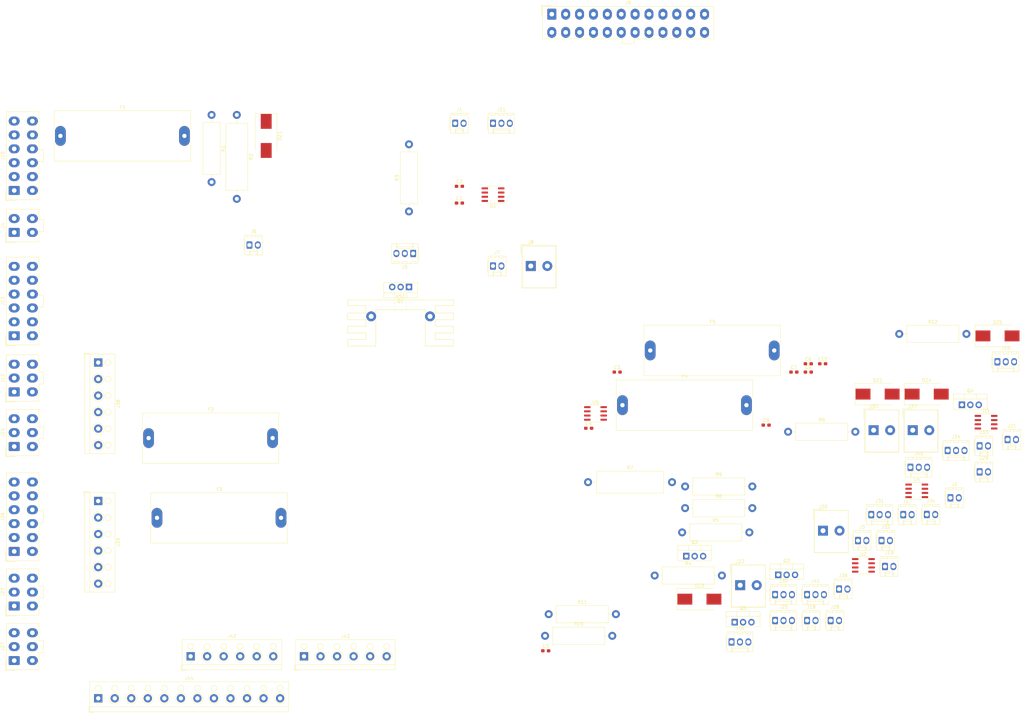
<source format=kicad_pcb>
(kicad_pcb (version 20171130) (host pcbnew "(5.1.5)-3")
  (layers (0 F.Cu signal) (31 B.Cu signal) (34 B.Paste user) (35 F.Paste user) (36 B.SilkS user) (37 F.SilkS user) (38 B.Mask user) (39 F.Mask user) (44 Edge.Cuts user))
  (net 0 "")
  (net 1 "Net-(C1-Pad2)")
  (net 2 GND)
  (net 3 +5V)
  (net 4 "Net-(C3-Pad2)")
  (net 5 "Net-(C4-Pad2)")
  (net 6 "Net-(C7-Pad2)")
  (net 7 "Net-(C8-Pad2)")
  (net 8 "Net-(DZ1-Pad1)")
  (net 9 "Net-(DZ2-Pad1)")
  (net 10 "Net-(DZ3-Pad1)")
  (net 11 "Net-(DZ4-Pad1)")
  (net 12 "Net-(DZ5-Pad1)")
  (net 13 +12V1)
  (net 14 +12V2)
  (net 15 +12V3)
  (net 16 +3.3V)
  (net 17 PS_ON)
  (net 18 +5VSB)
  (net 19 "Net-(J3-Pad2)")
  (net 20 "Net-(J5-Pad2)")
  (net 21 "Net-(J5-Pad1)")
  (net 22 "Net-(J6-Pad1)")
  (net 23 "Net-(J7-Pad1)")
  (net 24 12V1-)
  (net 25 PWR_OK)
  (net 26 -12V)
  (net 27 -5V)
  (net 28 "Net-(J11-Pad2)")
  (net 29 "Net-(J15-Pad1)")
  (net 30 "Net-(J15-Pad2)")
  (net 31 "Net-(J16-Pad2)")
  (net 32 "Net-(J16-Pad1)")
  (net 33 "Net-(J17-Pad1)")
  (net 34 "Net-(J18-Pad1)")
  (net 35 "Net-(J19-Pad1)")
  (net 36 12V2-)
  (net 37 "Net-(J21-Pad1)")
  (net 38 12V3-)
  (net 39 "Net-(J24-Pad2)")
  (net 40 "Net-(J25-Pad2)")
  (net 41 "Net-(J30-Pad2)")
  (net 42 "Net-(J30-Pad1)")
  (net 43 "Net-(J31-Pad1)")
  (net 44 "Net-(J31-Pad2)")
  (net 45 "Net-(J32-Pad1)")
  (net 46 "Net-(J33-Pad1)")
  (net 47 5V-)
  (net 48 "Net-(J34-Pad1)")
  (net 49 "Net-(J36-Pad1)")
  (net 50 3.3V-)
  (net 51 "Net-(J40-Pad2)")
  (net 52 "Net-(J41-Pad2)")
  (module Capacitor_SMD:C_0603_1608Metric_Pad1.05x0.95mm_HandSolder (layer F.Cu) (at 151.13 41.91)
    (fp_text reference C1 (at 0 -1.43) (layer F.SilkS))
    (fp_text value 1nF)
    (pad 2 smd roundrect (at 0.875 0) (size 1.05 0.95) (layers F.Cu F.Paste F.Mask) (net 1 "Net-(C1-Pad2)"))
    (pad 1 smd roundrect (at -0.875 0) (size 1.05 0.95) (layers F.Cu F.Paste F.Mask) (net 2 GND))
  )
  (module Capacitor_SMD:C_0603_1608Metric_Pad1.05x0.95mm_HandSolder (layer F.Cu) (at 151.13 36.83)
    (fp_text reference C2 (at 0 -1.43) (layer F.SilkS))
    (fp_text value 0.1uF)
    (pad 1 smd roundrect (at -0.875 0) (size 1.05 0.95) (layers F.Cu F.Paste F.Mask) (net 2 GND))
    (pad 2 smd roundrect (at 0.875 0) (size 1.05 0.95) (layers F.Cu F.Paste F.Mask) (net 3 +5V))
  )
  (module Capacitor_SMD:C_0603_1608Metric_Pad1.05x0.95mm_HandSolder (layer F.Cu) (at 198.835001 93.055001)
    (fp_text reference C3 (at 0 -1.43) (layer F.SilkS))
    (fp_text value 1nF)
    (pad 2 smd roundrect (at 0.875 0) (size 1.05 0.95) (layers F.Cu F.Paste F.Mask) (net 4 "Net-(C3-Pad2)"))
    (pad 1 smd roundrect (at -0.875 0) (size 1.05 0.95) (layers F.Cu F.Paste F.Mask) (net 2 GND))
  )
  (module Capacitor_SMD:C_0603_1608Metric_Pad1.05x0.95mm_HandSolder (layer F.Cu) (at 190.235001 110.045001)
    (fp_text reference C4 (at 0 -1.43) (layer F.SilkS))
    (fp_text value 1nF)
    (pad 2 smd roundrect (at 0.875 0) (size 1.05 0.95) (layers F.Cu F.Paste F.Mask) (net 5 "Net-(C4-Pad2)"))
    (pad 1 smd roundrect (at -0.875 0) (size 1.05 0.95) (layers F.Cu F.Paste F.Mask) (net 2 GND))
  )
  (module Capacitor_SMD:C_0603_1608Metric_Pad1.05x0.95mm_HandSolder (layer F.Cu) (at 177.235001 177.395001)
    (fp_text reference C5 (at 0 -1.43) (layer F.SilkS))
    (fp_text value 0.1uF)
    (pad 1 smd roundrect (at -0.875 0) (size 1.05 0.95) (layers F.Cu F.Paste F.Mask) (net 2 GND))
    (pad 2 smd roundrect (at 0.875 0) (size 1.05 0.95) (layers F.Cu F.Paste F.Mask) (net 3 +5V))
  )
  (module Capacitor_SMD:C_0603_1608Metric_Pad1.05x0.95mm_HandSolder (layer F.Cu) (at 256.635001 90.545001)
    (fp_text reference C6 (at 0 -1.43) (layer F.SilkS))
    (fp_text value 0.1uF)
    (pad 1 smd roundrect (at -0.875 0) (size 1.05 0.95) (layers F.Cu F.Paste F.Mask) (net 2 GND))
    (pad 2 smd roundrect (at 0.875 0) (size 1.05 0.95) (layers F.Cu F.Paste F.Mask) (net 3 +5V))
  )
  (module Capacitor_SMD:C_0603_1608Metric_Pad1.05x0.95mm_HandSolder (layer F.Cu) (at 252.285001 93.055001)
    (fp_text reference C7 (at 0 -1.43) (layer F.SilkS))
    (fp_text value 1nF)
    (pad 1 smd roundrect (at -0.875 0) (size 1.05 0.95) (layers F.Cu F.Paste F.Mask) (net 2 GND))
    (pad 2 smd roundrect (at 0.875 0) (size 1.05 0.95) (layers F.Cu F.Paste F.Mask) (net 6 "Net-(C7-Pad2)"))
  )
  (module Capacitor_SMD:C_0603_1608Metric_Pad1.05x0.95mm_HandSolder (layer F.Cu) (at 243.885001 109.095001)
    (fp_text reference C8 (at 0 -1.43) (layer F.SilkS))
    (fp_text value 1nF)
    (pad 2 smd roundrect (at 0.875 0) (size 1.05 0.95) (layers F.Cu F.Paste F.Mask) (net 7 "Net-(C8-Pad2)"))
    (pad 1 smd roundrect (at -0.875 0) (size 1.05 0.95) (layers F.Cu F.Paste F.Mask) (net 2 GND))
  )
  (module Capacitor_SMD:C_0603_1608Metric_Pad1.05x0.95mm_HandSolder (layer F.Cu) (at 256.635001 93.055001)
    (fp_text reference C9 (at 0 -1.43) (layer F.SilkS))
    (fp_text value 0.1uF)
    (pad 1 smd roundrect (at -0.875 0) (size 1.05 0.95) (layers F.Cu F.Paste F.Mask) (net 2 GND))
    (pad 2 smd roundrect (at 0.875 0) (size 1.05 0.95) (layers F.Cu F.Paste F.Mask) (net 3 +5V))
  )
  (module Capacitor_SMD:C_0603_1608Metric_Pad1.05x0.95mm_HandSolder (layer F.Cu) (at 260.985001 90.545001)
    (fp_text reference C10 (at 0 -1.43) (layer F.SilkS))
    (fp_text value 0.1uF)
    (pad 2 smd roundrect (at 0.875 0) (size 1.05 0.95) (layers F.Cu F.Paste F.Mask) (net 3 +5V))
    (pad 1 smd roundrect (at -0.875 0) (size 1.05 0.95) (layers F.Cu F.Paste F.Mask) (net 2 GND))
  )
  (module Diode_SMD:D_SMC_Handsoldering (layer F.Cu) (at 92.71 21.59 270)
    (fp_text reference DZ1 (at 0 -4.1 90) (layer F.SilkS))
    (fp_text value D_Zener_ALT)
    (pad 1 smd rect (at -4.4 0) (size 3.3 4.5) (layers F.Cu F.Paste F.Mask) (net 8 "Net-(DZ1-Pad1)"))
    (pad 2 smd rect (at 4.4 0) (size 3.3 4.5) (layers F.Cu F.Paste F.Mask) (net 2 GND))
  )
  (module Diode_SMD:D_SMC_Handsoldering (layer F.Cu) (at 277.585001 99.715001)
    (fp_text reference DZ2 (at 0 -4.1) (layer F.SilkS))
    (fp_text value D_Zener_ALT)
    (pad 1 smd rect (at -4.4 0 90) (size 3.3 4.5) (layers F.Cu F.Paste F.Mask) (net 9 "Net-(DZ2-Pad1)"))
    (pad 2 smd rect (at 4.4 0 90) (size 3.3 4.5) (layers F.Cu F.Paste F.Mask) (net 2 GND))
  )
  (module Diode_SMD:D_SMC_Handsoldering (layer F.Cu) (at 223.705001 161.765001)
    (fp_text reference DZ3 (at 0 -4.1) (layer F.SilkS))
    (fp_text value D_Zener_ALT)
    (pad 2 smd rect (at 4.4 0 90) (size 3.3 4.5) (layers F.Cu F.Paste F.Mask) (net 2 GND))
    (pad 1 smd rect (at -4.4 0 90) (size 3.3 4.5) (layers F.Cu F.Paste F.Mask) (net 10 "Net-(DZ3-Pad1)"))
  )
  (module Diode_SMD:D_SMC_Handsoldering (layer F.Cu) (at 292.435001 99.715001)
    (fp_text reference DZ4 (at 0 -4.1) (layer F.SilkS))
    (fp_text value D_Zener_ALT)
    (pad 2 smd rect (at 4.4 0 90) (size 3.3 4.5) (layers F.Cu F.Paste F.Mask) (net 2 GND))
    (pad 1 smd rect (at -4.4 0 90) (size 3.3 4.5) (layers F.Cu F.Paste F.Mask) (net 11 "Net-(DZ4-Pad1)"))
  )
  (module Diode_SMD:D_SMC_Handsoldering (layer F.Cu) (at 313.855001 82.115001)
    (fp_text reference DZ5 (at 0 -4.1) (layer F.SilkS))
    (fp_text value D_Zener_ALT)
    (pad 1 smd rect (at -4.4 0 90) (size 3.3 4.5) (layers F.Cu F.Paste F.Mask) (net 12 "Net-(DZ5-Pad1)"))
    (pad 2 smd rect (at 4.4 0 90) (size 3.3 4.5) (layers F.Cu F.Paste F.Mask) (net 2 GND))
  )
  (module Fuse:Fuseholder_Cylinder-6.3x32mm_Schurter_0031-8002_Horizontal_Open (layer F.Cu) (at 30.48 21.59)
    (fp_text reference F1 (at 18.85 -8.65) (layer F.SilkS))
    (fp_text value 10A)
    (pad "" np_thru_hole circle (at 18.75 0) (size 3.2 3.2) (drill 3.2) (layers *.Cu *.Mask))
    (pad 2 thru_hole oval (at 37.5 0) (size 3.25 6) (drill 1.3) (layers *.Cu *.Mask) (net 8 "Net-(DZ1-Pad1)"))
    (pad 1 thru_hole oval (at 0 0) (size 3.25 6) (drill 1.3) (layers *.Cu *.Mask) (net 13 +12V1))
  )
  (module Fuse:Fuseholder_Cylinder-6.3x32mm_Schurter_0031-8002_Horizontal_Open (layer F.Cu) (at 57.15 113.03)
    (fp_text reference F2 (at 18.85 -8.65) (layer F.SilkS))
    (fp_text value 10A)
    (pad 1 thru_hole oval (at 0 0) (size 3.25 6) (drill 1.3) (layers *.Cu *.Mask) (net 14 +12V2))
    (pad 2 thru_hole oval (at 37.5 0) (size 3.25 6) (drill 1.3) (layers *.Cu *.Mask) (net 9 "Net-(DZ2-Pad1)"))
    (pad "" np_thru_hole circle (at 18.75 0) (size 3.2 3.2) (drill 3.2) (layers *.Cu *.Mask))
  )
  (module Fuse:Fuseholder_Cylinder-6.3x32mm_Schurter_0031-8002_Horizontal_Open (layer F.Cu) (at 59.69 137.16)
    (fp_text reference F3 (at 18.85 -8.65) (layer F.SilkS))
    (fp_text value 10A)
    (pad "" np_thru_hole circle (at 18.75 0) (size 3.2 3.2) (drill 3.2) (layers *.Cu *.Mask))
    (pad 2 thru_hole oval (at 37.5 0) (size 3.25 6) (drill 1.3) (layers *.Cu *.Mask) (net 10 "Net-(DZ3-Pad1)"))
    (pad 1 thru_hole oval (at 0 0) (size 3.25 6) (drill 1.3) (layers *.Cu *.Mask) (net 15 +12V3))
  )
  (module Fuse:Fuseholder_Cylinder-6.3x32mm_Schurter_0031-8002_Horizontal_Open (layer F.Cu) (at 200.435001 103.065001)
    (fp_text reference F4 (at 18.85 -8.65) (layer F.SilkS))
    (fp_text value 10A)
    (pad "" np_thru_hole circle (at 18.75 0) (size 3.2 3.2) (drill 3.2) (layers *.Cu *.Mask))
    (pad 2 thru_hole oval (at 37.5 0) (size 3.25 6) (drill 1.3) (layers *.Cu *.Mask) (net 11 "Net-(DZ4-Pad1)"))
    (pad 1 thru_hole oval (at 0 0) (size 3.25 6) (drill 1.3) (layers *.Cu *.Mask) (net 3 +5V))
  )
  (module Fuse:Fuseholder_Cylinder-6.3x32mm_Schurter_0031-8002_Horizontal_Open (layer F.Cu) (at 208.835001 86.515001)
    (fp_text reference F5 (at 18.85 -8.65) (layer F.SilkS))
    (fp_text value 10A)
    (pad 1 thru_hole oval (at 0 0) (size 3.25 6) (drill 1.3) (layers *.Cu *.Mask) (net 16 +3.3V))
    (pad 2 thru_hole oval (at 37.5 0) (size 3.25 6) (drill 1.3) (layers *.Cu *.Mask) (net 12 "Net-(DZ5-Pad1)"))
    (pad "" np_thru_hole circle (at 18.75 0) (size 3.2 3.2) (drill 3.2) (layers *.Cu *.Mask))
  )
  (module Heatsink:Heatsink_Stonecold_HS-132_32x14mm_2xFixation1.5mm (layer F.Cu) (at 133.35 76.2)
    (fp_text reference HS1 (at 0 -6) (layer F.SilkS))
    (fp_text value Heatsink)
    (pad 1 thru_hole circle (at -8.9 0) (size 3 3) (drill 1.5) (layers *.Cu *.Mask) (net 2 GND))
    (pad 1 thru_hole circle (at 8.9 0) (size 3 3) (drill 1.5) (layers *.Cu *.Mask) (net 2 GND))
  )
  (module Connector_Molex:Molex_KK-254_AE-6410-02A_1x02_P2.54mm_Vertical (layer F.Cu) (at 149.86 17.78)
    (fp_text reference J1 (at 1.27 -4.12) (layer F.SilkS))
    (fp_text value Fan1)
    (pad 1 thru_hole roundrect (at 0 0) (size 1.74 2.2) (drill 1.2) (layers *.Cu *.Mask) (roundrect_rratio 0.143678) (net 8 "Net-(DZ1-Pad1)"))
    (pad 2 thru_hole oval (at 2.54 0) (size 1.74 2.2) (drill 1.2) (layers *.Cu *.Mask) (net 2 GND))
  )
  (module Connector_Molex:Molex_KK-254_AE-6410-02A_1x02_P2.54mm_Vertical (layer F.Cu) (at 299.605001 131.095001)
    (fp_text reference J2 (at 1.27 -4.12) (layer F.SilkS))
    (fp_text value "Power On Switch")
    (pad 2 thru_hole oval (at 2.54 0) (size 1.74 2.2) (drill 1.2) (layers *.Cu *.Mask) (net 2 GND))
    (pad 1 thru_hole roundrect (at 0 0) (size 1.74 2.2) (drill 1.2) (layers *.Cu *.Mask) (roundrect_rratio 0.143678) (net 17 PS_ON))
  )
  (module Connector_Molex:Molex_KK-254_AE-6410-02A_1x02_P2.54mm_Vertical (layer F.Cu) (at 271.655001 144.045001)
    (fp_text reference J3 (at 1.27 -4.12) (layer F.SilkS))
    (fp_text value "Standby LED")
    (pad 1 thru_hole roundrect (at 0 0) (size 1.74 2.2) (drill 1.2) (layers *.Cu *.Mask) (roundrect_rratio 0.143678) (net 18 +5VSB))
    (pad 2 thru_hole oval (at 2.54 0) (size 1.74 2.2) (drill 1.2) (layers *.Cu *.Mask) (net 19 "Net-(J3-Pad2)"))
  )
  (module Connector_Molex:Molex_Mini-Fit_Jr_5566-04A_2x02_P4.20mm_Vertical (layer F.Cu) (at 16.51 50.8 90)
    (fp_text reference J4 (at 2.1 -3.45 90) (layer F.SilkS))
    (fp_text value "EPS12V 4Pin")
    (pad 1 thru_hole roundrect (at 0 0 90) (size 2.7 3.3) (drill 1.4) (layers *.Cu *.Mask) (roundrect_rratio 0.09259299999999999) (net 2 GND))
    (pad 2 thru_hole oval (at 4.2 0 90) (size 2.7 3.3) (drill 1.4) (layers *.Cu *.Mask) (net 2 GND))
    (pad 3 thru_hole oval (at 0 5.5 90) (size 2.7 3.3) (drill 1.4) (layers *.Cu *.Mask) (net 13 +12V1))
    (pad 4 thru_hole oval (at 4.2 5.5 90) (size 2.7 3.3) (drill 1.4) (layers *.Cu *.Mask) (net 13 +12V1))
  )
  (module Connector_Molex:Molex_KK-254_AE-6410-03A_1x03_P2.54mm_Vertical (layer F.Cu) (at 137.16 57.15 180)
    (fp_text reference J5 (at 2.54 -4.12) (layer F.SilkS))
    (fp_text value Potti)
    (pad 3 thru_hole oval (at 5.08 0 180) (size 1.74 2.2) (drill 1.2) (layers *.Cu *.Mask) (net 2 GND))
    (pad 2 thru_hole oval (at 2.54 0 180) (size 1.74 2.2) (drill 1.2) (layers *.Cu *.Mask) (net 20 "Net-(J5-Pad2)"))
    (pad 1 thru_hole roundrect (at 0 0 180) (size 1.74 2.2) (drill 1.2) (layers *.Cu *.Mask) (roundrect_rratio 0.143678) (net 21 "Net-(J5-Pad1)"))
  )
  (module Connector_Molex:Molex_KK-254_AE-6410-02A_1x02_P2.54mm_Vertical (layer F.Cu) (at 87.63 54.61)
    (fp_text reference J6 (at 1.27 -4.12) (layer F.SilkS))
    (fp_text value "LED Yellow")
    (pad 2 thru_hole oval (at 2.54 0) (size 1.74 2.2) (drill 1.2) (layers *.Cu *.Mask) (net 2 GND))
    (pad 1 thru_hole roundrect (at 0 0) (size 1.74 2.2) (drill 1.2) (layers *.Cu *.Mask) (roundrect_rratio 0.143678) (net 22 "Net-(J6-Pad1)"))
  )
  (module Connector_Molex:Molex_KK-254_AE-6410-02A_1x02_P2.54mm_Vertical (layer F.Cu) (at 161.29 60.96)
    (fp_text reference J7 (at 1.27 -4.12) (layer F.SilkS))
    (fp_text value "Volt Sens")
    (pad 1 thru_hole roundrect (at 0 0) (size 1.74 2.2) (drill 1.2) (layers *.Cu *.Mask) (roundrect_rratio 0.143678) (net 23 "Net-(J7-Pad1)"))
    (pad 2 thru_hole oval (at 2.54 0) (size 1.74 2.2) (drill 1.2) (layers *.Cu *.Mask) (net 24 12V1-))
  )
  (module TerminalBlock_Altech:Altech_AK300_1x02_P5.00mm_45-Degree (layer F.Cu) (at 172.72 60.96)
    (fp_text reference J8 (at 0 -7.2) (layer F.SilkS))
    (fp_text value "12V Out")
    (pad 2 thru_hole circle (at 5 0) (size 3 3) (drill 1.5) (layers *.Cu *.Mask) (net 24 12V1-))
    (pad 1 thru_hole rect (at 0 0) (size 3 3) (drill 1.5) (layers *.Cu *.Mask) (net 23 "Net-(J7-Pad1)"))
  )
  (module Connector_Molex:Molex_Mini-Fit_Jr_5566-24A_2x12_P4.20mm_Vertical (layer F.Cu) (at 179.07 -15.24)
    (fp_text reference J9 (at 23.1 -3.45) (layer F.SilkS))
    (fp_text value "Main ATX 24Pin")
    (pad 1 thru_hole roundrect (at 0 0) (size 2.7 3.3) (drill 1.4) (layers *.Cu *.Mask) (roundrect_rratio 0.09259299999999999) (net 16 +3.3V))
    (pad 2 thru_hole oval (at 4.2 0) (size 2.7 3.3) (drill 1.4) (layers *.Cu *.Mask) (net 16 +3.3V))
    (pad 3 thru_hole oval (at 8.4 0) (size 2.7 3.3) (drill 1.4) (layers *.Cu *.Mask) (net 2 GND))
    (pad 4 thru_hole oval (at 12.6 0) (size 2.7 3.3) (drill 1.4) (layers *.Cu *.Mask) (net 3 +5V))
    (pad 5 thru_hole oval (at 16.8 0) (size 2.7 3.3) (drill 1.4) (layers *.Cu *.Mask) (net 2 GND))
    (pad 6 thru_hole oval (at 21 0) (size 2.7 3.3) (drill 1.4) (layers *.Cu *.Mask) (net 3 +5V))
    (pad 7 thru_hole oval (at 25.2 0) (size 2.7 3.3) (drill 1.4) (layers *.Cu *.Mask) (net 2 GND))
    (pad 8 thru_hole oval (at 29.4 0) (size 2.7 3.3) (drill 1.4) (layers *.Cu *.Mask) (net 25 PWR_OK))
    (pad 9 thru_hole oval (at 33.6 0) (size 2.7 3.3) (drill 1.4) (layers *.Cu *.Mask) (net 18 +5VSB))
    (pad 10 thru_hole oval (at 37.8 0) (size 2.7 3.3) (drill 1.4) (layers *.Cu *.Mask) (net 13 +12V1))
    (pad 11 thru_hole oval (at 42 0) (size 2.7 3.3) (drill 1.4) (layers *.Cu *.Mask) (net 13 +12V1))
    (pad 12 thru_hole oval (at 46.2 0) (size 2.7 3.3) (drill 1.4) (layers *.Cu *.Mask) (net 16 +3.3V))
    (pad 13 thru_hole oval (at 0 5.5) (size 2.7 3.3) (drill 1.4) (layers *.Cu *.Mask) (net 16 +3.3V))
    (pad 14 thru_hole oval (at 4.2 5.5) (size 2.7 3.3) (drill 1.4) (layers *.Cu *.Mask) (net 26 -12V))
    (pad 15 thru_hole oval (at 8.4 5.5) (size 2.7 3.3) (drill 1.4) (layers *.Cu *.Mask) (net 2 GND))
    (pad 16 thru_hole oval (at 12.6 5.5) (size 2.7 3.3) (drill 1.4) (layers *.Cu *.Mask) (net 17 PS_ON))
    (pad 17 thru_hole oval (at 16.8 5.5) (size 2.7 3.3) (drill 1.4) (layers *.Cu *.Mask) (net 2 GND))
    (pad 18 thru_hole oval (at 21 5.5) (size 2.7 3.3) (drill 1.4) (layers *.Cu *.Mask) (net 2 GND))
    (pad 19 thru_hole oval (at 25.2 5.5) (size 2.7 3.3) (drill 1.4) (layers *.Cu *.Mask) (net 2 GND))
    (pad 20 thru_hole oval (at 29.4 5.5) (size 2.7 3.3) (drill 1.4) (layers *.Cu *.Mask) (net 27 -5V))
    (pad 21 thru_hole oval (at 33.6 5.5) (size 2.7 3.3) (drill 1.4) (layers *.Cu *.Mask) (net 3 +5V))
    (pad 22 thru_hole oval (at 37.8 5.5) (size 2.7 3.3) (drill 1.4) (layers *.Cu *.Mask) (net 3 +5V))
    (pad 23 thru_hole oval (at 42 5.5) (size 2.7 3.3) (drill 1.4) (layers *.Cu *.Mask) (net 3 +5V))
    (pad 24 thru_hole oval (at 46.2 5.5) (size 2.7 3.3) (drill 1.4) (layers *.Cu *.Mask) (net 2 GND))
  )
  (module Connector_Molex:Molex_Mini-Fit_Jr_5566-12A_2x06_P4.20mm_Vertical (layer F.Cu) (at 16.51 38.1 90)
    (fp_text reference J10 (at 10.5 -3.45 90) (layer F.SilkS))
    (fp_text value "EPS12V 8 Pin")
    (pad 1 thru_hole roundrect (at 0 0 90) (size 2.7 3.3) (drill 1.4) (layers *.Cu *.Mask) (roundrect_rratio 0.09259299999999999) (net 2 GND))
    (pad 2 thru_hole oval (at 4.2 0 90) (size 2.7 3.3) (drill 1.4) (layers *.Cu *.Mask) (net 2 GND))
    (pad 3 thru_hole oval (at 8.4 0 90) (size 2.7 3.3) (drill 1.4) (layers *.Cu *.Mask) (net 2 GND))
    (pad 4 thru_hole oval (at 12.6 0 90) (size 2.7 3.3) (drill 1.4) (layers *.Cu *.Mask) (net 2 GND))
    (pad 5 thru_hole oval (at 16.8 0 90) (size 2.7 3.3) (drill 1.4) (layers *.Cu *.Mask) (net 13 +12V1))
    (pad 6 thru_hole oval (at 21 0 90) (size 2.7 3.3) (drill 1.4) (layers *.Cu *.Mask) (net 13 +12V1))
    (pad 7 thru_hole oval (at 0 5.5 90) (size 2.7 3.3) (drill 1.4) (layers *.Cu *.Mask) (net 13 +12V1))
    (pad 8 thru_hole oval (at 4.2 5.5 90) (size 2.7 3.3) (drill 1.4) (layers *.Cu *.Mask) (net 13 +12V1))
    (pad 9 thru_hole oval (at 8.4 5.5 90) (size 2.7 3.3) (drill 1.4) (layers *.Cu *.Mask))
    (pad 10 thru_hole oval (at 12.6 5.5 90) (size 2.7 3.3) (drill 1.4) (layers *.Cu *.Mask))
    (pad 11 thru_hole oval (at 16.8 5.5 90) (size 2.7 3.3) (drill 1.4) (layers *.Cu *.Mask))
    (pad 12 thru_hole oval (at 21 5.5 90) (size 2.7 3.3) (drill 1.4) (layers *.Cu *.Mask))
  )
  (module Connector_Molex:Molex_KK-254_AE-6410-03A_1x03_P2.54mm_Vertical (layer F.Cu) (at 161.29 17.78)
    (fp_text reference J11 (at 2.54 -4.12) (layer F.SilkS))
    (fp_text value "Current Sens")
    (pad 1 thru_hole roundrect (at 0 0) (size 1.74 2.2) (drill 1.2) (layers *.Cu *.Mask) (roundrect_rratio 0.143678) (net 3 +5V))
    (pad 2 thru_hole oval (at 2.54 0) (size 1.74 2.2) (drill 1.2) (layers *.Cu *.Mask) (net 28 "Net-(J11-Pad2)"))
    (pad 3 thru_hole oval (at 5.08 0) (size 1.74 2.2) (drill 1.2) (layers *.Cu *.Mask) (net 2 GND))
  )
  (module Connector_Molex:Molex_Mini-Fit_Jr_5566-06A_2x03_P4.20mm_Vertical (layer F.Cu) (at 16.51 99.06 90)
    (fp_text reference J12 (at 4.2 -3.45 90) (layer F.SilkS))
    (fp_text value "Molex: 0039281243")
    (pad 1 thru_hole roundrect (at 0 0 90) (size 2.7 3.3) (drill 1.4) (layers *.Cu *.Mask) (roundrect_rratio 0.09259299999999999) (net 2 GND))
    (pad 2 thru_hole oval (at 4.2 0 90) (size 2.7 3.3) (drill 1.4) (layers *.Cu *.Mask) (net 2 GND))
    (pad 3 thru_hole oval (at 8.4 0 90) (size 2.7 3.3) (drill 1.4) (layers *.Cu *.Mask) (net 2 GND))
    (pad 4 thru_hole oval (at 0 5.5 90) (size 2.7 3.3) (drill 1.4) (layers *.Cu *.Mask) (net 14 +12V2))
    (pad 5 thru_hole oval (at 4.2 5.5 90) (size 2.7 3.3) (drill 1.4) (layers *.Cu *.Mask) (net 14 +12V2))
    (pad 6 thru_hole oval (at 8.4 5.5 90) (size 2.7 3.3) (drill 1.4) (layers *.Cu *.Mask) (net 14 +12V2))
  )
  (module Connector_Molex:Molex_Mini-Fit_Jr_5566-12A_2x06_P4.20mm_Vertical (layer F.Cu) (at 16.51 82.06 90)
    (fp_text reference J13 (at 10.5 -3.45 90) (layer F.SilkS))
    (fp_text value "Molex: 0039281243")
    (pad 12 thru_hole oval (at 21 5.5 90) (size 2.7 3.3) (drill 1.4) (layers *.Cu *.Mask) (net 14 +12V2))
    (pad 11 thru_hole oval (at 16.8 5.5 90) (size 2.7 3.3) (drill 1.4) (layers *.Cu *.Mask) (net 14 +12V2))
    (pad 10 thru_hole oval (at 12.6 5.5 90) (size 2.7 3.3) (drill 1.4) (layers *.Cu *.Mask) (net 14 +12V2))
    (pad 9 thru_hole oval (at 8.4 5.5 90) (size 2.7 3.3) (drill 1.4) (layers *.Cu *.Mask) (net 14 +12V2))
    (pad 8 thru_hole oval (at 4.2 5.5 90) (size 2.7 3.3) (drill 1.4) (layers *.Cu *.Mask) (net 14 +12V2))
    (pad 7 thru_hole oval (at 0 5.5 90) (size 2.7 3.3) (drill 1.4) (layers *.Cu *.Mask) (net 14 +12V2))
    (pad 6 thru_hole oval (at 21 0 90) (size 2.7 3.3) (drill 1.4) (layers *.Cu *.Mask) (net 2 GND))
    (pad 5 thru_hole oval (at 16.8 0 90) (size 2.7 3.3) (drill 1.4) (layers *.Cu *.Mask) (net 2 GND))
    (pad 4 thru_hole oval (at 12.6 0 90) (size 2.7 3.3) (drill 1.4) (layers *.Cu *.Mask) (net 2 GND))
    (pad 3 thru_hole oval (at 8.4 0 90) (size 2.7 3.3) (drill 1.4) (layers *.Cu *.Mask) (net 2 GND))
    (pad 2 thru_hole oval (at 4.2 0 90) (size 2.7 3.3) (drill 1.4) (layers *.Cu *.Mask) (net 2 GND))
    (pad 1 thru_hole roundrect (at 0 0 90) (size 2.7 3.3) (drill 1.4) (layers *.Cu *.Mask) (roundrect_rratio 0.09259299999999999) (net 2 GND))
  )
  (module Connector_Molex:Molex_Mini-Fit_Jr_5566-06A_2x03_P4.20mm_Vertical (layer F.Cu) (at 16.51 115.57 90)
    (fp_text reference J14 (at 4.2 -3.45 90) (layer F.SilkS))
    (fp_text value "Molex: 0039281243")
    (pad 6 thru_hole oval (at 8.4 5.5 90) (size 2.7 3.3) (drill 1.4) (layers *.Cu *.Mask) (net 14 +12V2))
    (pad 5 thru_hole oval (at 4.2 5.5 90) (size 2.7 3.3) (drill 1.4) (layers *.Cu *.Mask) (net 14 +12V2))
    (pad 4 thru_hole oval (at 0 5.5 90) (size 2.7 3.3) (drill 1.4) (layers *.Cu *.Mask) (net 14 +12V2))
    (pad 3 thru_hole oval (at 8.4 0 90) (size 2.7 3.3) (drill 1.4) (layers *.Cu *.Mask) (net 2 GND))
    (pad 2 thru_hole oval (at 4.2 0 90) (size 2.7 3.3) (drill 1.4) (layers *.Cu *.Mask) (net 2 GND))
    (pad 1 thru_hole roundrect (at 0 0 90) (size 2.7 3.3) (drill 1.4) (layers *.Cu *.Mask) (roundrect_rratio 0.09259299999999999) (net 2 GND))
  )
  (module Connector_Molex:Molex_KK-254_AE-6410-03A_1x03_P2.54mm_Vertical (layer F.Cu) (at 313.805001 89.935001)
    (fp_text reference J15 (at 2.54 -4.12) (layer F.SilkS))
    (fp_text value Potti)
    (pad 1 thru_hole roundrect (at 0 0) (size 1.74 2.2) (drill 1.2) (layers *.Cu *.Mask) (roundrect_rratio 0.143678) (net 29 "Net-(J15-Pad1)"))
    (pad 2 thru_hole oval (at 2.54 0) (size 1.74 2.2) (drill 1.2) (layers *.Cu *.Mask) (net 30 "Net-(J15-Pad2)"))
    (pad 3 thru_hole oval (at 5.08 0) (size 1.74 2.2) (drill 1.2) (layers *.Cu *.Mask) (net 2 GND))
  )
  (module Connector_Molex:Molex_KK-254_AE-6410-03A_1x03_P2.54mm_Vertical (layer F.Cu) (at 233.425001 174.725001)
    (fp_text reference J16 (at 2.54 -4.12) (layer F.SilkS))
    (fp_text value Potti)
    (pad 3 thru_hole oval (at 5.08 0) (size 1.74 2.2) (drill 1.2) (layers *.Cu *.Mask) (net 2 GND))
    (pad 2 thru_hole oval (at 2.54 0) (size 1.74 2.2) (drill 1.2) (layers *.Cu *.Mask) (net 31 "Net-(J16-Pad2)"))
    (pad 1 thru_hole roundrect (at 0 0) (size 1.74 2.2) (drill 1.2) (layers *.Cu *.Mask) (roundrect_rratio 0.143678) (net 32 "Net-(J16-Pad1)"))
  )
  (module Connector_Molex:Molex_KK-254_AE-6410-02A_1x02_P2.54mm_Vertical (layer F.Cu) (at 285.345001 136.195001)
    (fp_text reference J17 (at 1.27 -4.12) (layer F.SilkS))
    (fp_text value "LED Yellow")
    (pad 1 thru_hole roundrect (at 0 0) (size 1.74 2.2) (drill 1.2) (layers *.Cu *.Mask) (roundrect_rratio 0.143678) (net 33 "Net-(J17-Pad1)"))
    (pad 2 thru_hole oval (at 2.54 0) (size 1.74 2.2) (drill 1.2) (layers *.Cu *.Mask) (net 2 GND))
  )
  (module Connector_Molex:Molex_KK-254_AE-6410-02A_1x02_P2.54mm_Vertical (layer F.Cu) (at 256.275001 168.245001)
    (fp_text reference J18 (at 1.27 -4.12) (layer F.SilkS))
    (fp_text value "LED Yellow")
    (pad 2 thru_hole oval (at 2.54 0) (size 1.74 2.2) (drill 1.2) (layers *.Cu *.Mask) (net 2 GND))
    (pad 1 thru_hole roundrect (at 0 0) (size 1.74 2.2) (drill 1.2) (layers *.Cu *.Mask) (roundrect_rratio 0.143678) (net 34 "Net-(J18-Pad1)"))
  )
  (module Connector_Molex:Molex_KK-254_AE-6410-02A_1x02_P2.54mm_Vertical (layer F.Cu) (at 279.825001 151.895001)
    (fp_text reference J19 (at 1.27 -4.12) (layer F.SilkS))
    (fp_text value "Volt Sens")
    (pad 1 thru_hole roundrect (at 0 0) (size 1.74 2.2) (drill 1.2) (layers *.Cu *.Mask) (roundrect_rratio 0.143678) (net 35 "Net-(J19-Pad1)"))
    (pad 2 thru_hole oval (at 2.54 0) (size 1.74 2.2) (drill 1.2) (layers *.Cu *.Mask) (net 36 12V2-))
  )
  (module TerminalBlock_Altech:Altech_AK300_1x02_P5.00mm_45-Degree (layer F.Cu) (at 261.090001 141.050001)
    (fp_text reference J20 (at 0 -7.2) (layer F.SilkS))
    (fp_text value "12V Out")
    (pad 1 thru_hole rect (at 0 0) (size 3 3) (drill 1.5) (layers *.Cu *.Mask) (net 35 "Net-(J19-Pad1)"))
    (pad 2 thru_hole circle (at 5 0) (size 3 3) (drill 1.5) (layers *.Cu *.Mask) (net 36 12V2-))
  )
  (module Connector_Molex:Molex_KK-254_AE-6410-02A_1x02_P2.54mm_Vertical (layer F.Cu) (at 316.905001 113.485001)
    (fp_text reference J21 (at 1.27 -4.12) (layer F.SilkS))
    (fp_text value "Volt Sens")
    (pad 1 thru_hole roundrect (at 0 0) (size 1.74 2.2) (drill 1.2) (layers *.Cu *.Mask) (roundrect_rratio 0.143678) (net 37 "Net-(J21-Pad1)"))
    (pad 2 thru_hole oval (at 2.54 0) (size 1.74 2.2) (drill 1.2) (layers *.Cu *.Mask) (net 38 12V3-))
  )
  (module TerminalBlock_Altech:Altech_AK300_1x02_P5.00mm_45-Degree (layer F.Cu) (at 236.040001 157.550001)
    (fp_text reference J22 (at 0 -7.2) (layer F.SilkS))
    (fp_text value "12V Out")
    (pad 2 thru_hole circle (at 5 0) (size 3 3) (drill 1.5) (layers *.Cu *.Mask) (net 38 12V3-))
    (pad 1 thru_hole rect (at 0 0) (size 3 3) (drill 1.5) (layers *.Cu *.Mask) (net 37 "Net-(J21-Pad1)"))
  )
  (module Connector_Molex:Molex_Mini-Fit_Jr_5566-06A_2x03_P4.20mm_Vertical (layer F.Cu) (at 16.51 163.83 90)
    (fp_text reference J23 (at 4.2 -3.45 90) (layer F.SilkS))
    (fp_text value "Molex: 0039281243")
    (pad 1 thru_hole roundrect (at 0 0 90) (size 2.7 3.3) (drill 1.4) (layers *.Cu *.Mask) (roundrect_rratio 0.09259299999999999) (net 2 GND))
    (pad 2 thru_hole oval (at 4.2 0 90) (size 2.7 3.3) (drill 1.4) (layers *.Cu *.Mask) (net 2 GND))
    (pad 3 thru_hole oval (at 8.4 0 90) (size 2.7 3.3) (drill 1.4) (layers *.Cu *.Mask) (net 2 GND))
    (pad 4 thru_hole oval (at 0 5.5 90) (size 2.7 3.3) (drill 1.4) (layers *.Cu *.Mask) (net 15 +12V3))
    (pad 5 thru_hole oval (at 4.2 5.5 90) (size 2.7 3.3) (drill 1.4) (layers *.Cu *.Mask) (net 15 +12V3))
    (pad 6 thru_hole oval (at 8.4 5.5 90) (size 2.7 3.3) (drill 1.4) (layers *.Cu *.Mask) (net 15 +12V3))
  )
  (module Connector_Molex:Molex_KK-254_AE-6410-03A_1x03_P2.54mm_Vertical (layer F.Cu) (at 298.785001 116.795001)
    (fp_text reference J24 (at 2.54 -4.12) (layer F.SilkS))
    (fp_text value "Current Sens")
    (pad 1 thru_hole roundrect (at 0 0) (size 1.74 2.2) (drill 1.2) (layers *.Cu *.Mask) (roundrect_rratio 0.143678) (net 3 +5V))
    (pad 2 thru_hole oval (at 2.54 0) (size 1.74 2.2) (drill 1.2) (layers *.Cu *.Mask) (net 39 "Net-(J24-Pad2)"))
    (pad 3 thru_hole oval (at 5.08 0) (size 1.74 2.2) (drill 1.2) (layers *.Cu *.Mask) (net 2 GND))
  )
  (module Connector_Molex:Molex_KK-254_AE-6410-03A_1x03_P2.54mm_Vertical (layer F.Cu) (at 246.605001 168.245001)
    (fp_text reference J25 (at 2.54 -4.12) (layer F.SilkS))
    (fp_text value "Current Sens")
    (pad 3 thru_hole oval (at 5.08 0) (size 1.74 2.2) (drill 1.2) (layers *.Cu *.Mask) (net 2 GND))
    (pad 2 thru_hole oval (at 2.54 0) (size 1.74 2.2) (drill 1.2) (layers *.Cu *.Mask) (net 40 "Net-(J25-Pad2)"))
    (pad 1 thru_hole roundrect (at 0 0) (size 1.74 2.2) (drill 1.2) (layers *.Cu *.Mask) (roundrect_rratio 0.143678) (net 3 +5V))
  )
  (module Connector_Molex:Molex_Mini-Fit_Jr_5566-12A_2x06_P4.20mm_Vertical (layer F.Cu) (at 16.51 147.32 90)
    (fp_text reference J26 (at 10.5 -3.45 90) (layer F.SilkS))
    (fp_text value "Molex: 0039281243")
    (pad 1 thru_hole roundrect (at 0 0 90) (size 2.7 3.3) (drill 1.4) (layers *.Cu *.Mask) (roundrect_rratio 0.09259299999999999) (net 2 GND))
    (pad 2 thru_hole oval (at 4.2 0 90) (size 2.7 3.3) (drill 1.4) (layers *.Cu *.Mask) (net 2 GND))
    (pad 3 thru_hole oval (at 8.4 0 90) (size 2.7 3.3) (drill 1.4) (layers *.Cu *.Mask) (net 2 GND))
    (pad 4 thru_hole oval (at 12.6 0 90) (size 2.7 3.3) (drill 1.4) (layers *.Cu *.Mask) (net 2 GND))
    (pad 5 thru_hole oval (at 16.8 0 90) (size 2.7 3.3) (drill 1.4) (layers *.Cu *.Mask) (net 2 GND))
    (pad 6 thru_hole oval (at 21 0 90) (size 2.7 3.3) (drill 1.4) (layers *.Cu *.Mask) (net 2 GND))
    (pad 7 thru_hole oval (at 0 5.5 90) (size 2.7 3.3) (drill 1.4) (layers *.Cu *.Mask) (net 15 +12V3))
    (pad 8 thru_hole oval (at 4.2 5.5 90) (size 2.7 3.3) (drill 1.4) (layers *.Cu *.Mask) (net 15 +12V3))
    (pad 9 thru_hole oval (at 8.4 5.5 90) (size 2.7 3.3) (drill 1.4) (layers *.Cu *.Mask) (net 15 +12V3))
    (pad 10 thru_hole oval (at 12.6 5.5 90) (size 2.7 3.3) (drill 1.4) (layers *.Cu *.Mask) (net 15 +12V3))
    (pad 11 thru_hole oval (at 16.8 5.5 90) (size 2.7 3.3) (drill 1.4) (layers *.Cu *.Mask) (net 15 +12V3))
    (pad 12 thru_hole oval (at 21 5.5 90) (size 2.7 3.3) (drill 1.4) (layers *.Cu *.Mask) (net 15 +12V3))
  )
  (module Connector_Molex:Molex_Mini-Fit_Jr_5566-06A_2x03_P4.20mm_Vertical (layer F.Cu) (at 16.51 180.34 90)
    (fp_text reference J27 (at 4.2 -3.45 90) (layer F.SilkS))
    (fp_text value "Molex: 0039281243")
    (pad 6 thru_hole oval (at 8.4 5.5 90) (size 2.7 3.3) (drill 1.4) (layers *.Cu *.Mask) (net 15 +12V3))
    (pad 5 thru_hole oval (at 4.2 5.5 90) (size 2.7 3.3) (drill 1.4) (layers *.Cu *.Mask) (net 15 +12V3))
    (pad 4 thru_hole oval (at 0 5.5 90) (size 2.7 3.3) (drill 1.4) (layers *.Cu *.Mask) (net 15 +12V3))
    (pad 3 thru_hole oval (at 8.4 0 90) (size 2.7 3.3) (drill 1.4) (layers *.Cu *.Mask) (net 2 GND))
    (pad 2 thru_hole oval (at 4.2 0 90) (size 2.7 3.3) (drill 1.4) (layers *.Cu *.Mask) (net 2 GND))
    (pad 1 thru_hole roundrect (at 0 0 90) (size 2.7 3.3) (drill 1.4) (layers *.Cu *.Mask) (roundrect_rratio 0.09259299999999999) (net 2 GND))
  )
  (module Connector_Molex:Molex_KK-254_AE-6410-02A_1x02_P2.54mm_Vertical (layer F.Cu) (at 263.405001 168.245001)
    (fp_text reference J28 (at 1.27 -4.12) (layer F.SilkS))
    (fp_text value Fan1)
    (pad 2 thru_hole oval (at 2.54 0) (size 1.74 2.2) (drill 1.2) (layers *.Cu *.Mask) (net 2 GND))
    (pad 1 thru_hole roundrect (at 0 0) (size 1.74 2.2) (drill 1.2) (layers *.Cu *.Mask) (roundrect_rratio 0.143678) (net 11 "Net-(DZ4-Pad1)"))
  )
  (module Connector_Molex:Molex_KK-254_AE-6410-02A_1x02_P2.54mm_Vertical (layer F.Cu) (at 308.455001 123.245001)
    (fp_text reference J29 (at 1.27 -4.12) (layer F.SilkS))
    (fp_text value Fan1)
    (pad 2 thru_hole oval (at 2.54 0) (size 1.74 2.2) (drill 1.2) (layers *.Cu *.Mask) (net 2 GND))
    (pad 1 thru_hole roundrect (at 0 0) (size 1.74 2.2) (drill 1.2) (layers *.Cu *.Mask) (roundrect_rratio 0.143678) (net 12 "Net-(DZ5-Pad1)"))
  )
  (module Connector_Molex:Molex_KK-254_AE-6410-03A_1x03_P2.54mm_Vertical (layer F.Cu) (at 246.605001 160.395001)
    (fp_text reference J30 (at 2.54 -4.12) (layer F.SilkS))
    (fp_text value Potti)
    (pad 3 thru_hole oval (at 5.08 0) (size 1.74 2.2) (drill 1.2) (layers *.Cu *.Mask) (net 2 GND))
    (pad 2 thru_hole oval (at 2.54 0) (size 1.74 2.2) (drill 1.2) (layers *.Cu *.Mask) (net 41 "Net-(J30-Pad2)"))
    (pad 1 thru_hole roundrect (at 0 0) (size 1.74 2.2) (drill 1.2) (layers *.Cu *.Mask) (roundrect_rratio 0.143678) (net 42 "Net-(J30-Pad1)"))
  )
  (module Connector_Molex:Molex_KK-254_AE-6410-03A_1x03_P2.54mm_Vertical (layer F.Cu) (at 275.675001 136.195001)
    (fp_text reference J31 (at 2.54 -4.12) (layer F.SilkS))
    (fp_text value Potti)
    (pad 1 thru_hole roundrect (at 0 0) (size 1.74 2.2) (drill 1.2) (layers *.Cu *.Mask) (roundrect_rratio 0.143678) (net 43 "Net-(J31-Pad1)"))
    (pad 2 thru_hole oval (at 2.54 0) (size 1.74 2.2) (drill 1.2) (layers *.Cu *.Mask) (net 44 "Net-(J31-Pad2)"))
    (pad 3 thru_hole oval (at 5.08 0) (size 1.74 2.2) (drill 1.2) (layers *.Cu *.Mask) (net 2 GND))
  )
  (module Connector_Molex:Molex_KK-254_AE-6410-02A_1x02_P2.54mm_Vertical (layer F.Cu) (at 278.785001 144.045001)
    (fp_text reference J32 (at 1.27 -4.12) (layer F.SilkS))
    (fp_text value "LED Red")
    (pad 2 thru_hole oval (at 2.54 0) (size 1.74 2.2) (drill 1.2) (layers *.Cu *.Mask) (net 2 GND))
    (pad 1 thru_hole roundrect (at 0 0) (size 1.74 2.2) (drill 1.2) (layers *.Cu *.Mask) (roundrect_rratio 0.143678) (net 45 "Net-(J32-Pad1)"))
  )
  (module Connector_Molex:Molex_KK-254_AE-6410-02A_1x02_P2.54mm_Vertical (layer F.Cu) (at 308.455001 115.395001)
    (fp_text reference J33 (at 1.27 -4.12) (layer F.SilkS))
    (fp_text value "LED Orange")
    (pad 1 thru_hole roundrect (at 0 0) (size 1.74 2.2) (drill 1.2) (layers *.Cu *.Mask) (roundrect_rratio 0.143678) (net 46 "Net-(J33-Pad1)"))
    (pad 2 thru_hole oval (at 2.54 0) (size 1.74 2.2) (drill 1.2) (layers *.Cu *.Mask) (net 2 GND))
  )
  (module Connector_Molex:Molex_KK-254_AE-6410-02A_1x02_P2.54mm_Vertical (layer F.Cu) (at 292.475001 136.165001)
    (fp_text reference J34 (at 1.27 -4.12) (layer F.SilkS))
    (fp_text value "Volt Sens")
    (pad 2 thru_hole oval (at 2.54 0) (size 1.74 2.2) (drill 1.2) (layers *.Cu *.Mask) (net 47 5V-))
    (pad 1 thru_hole roundrect (at 0 0) (size 1.74 2.2) (drill 1.2) (layers *.Cu *.Mask) (roundrect_rratio 0.143678) (net 48 "Net-(J34-Pad1)"))
  )
  (module TerminalBlock_Altech:Altech_AK300_1x02_P5.00mm_45-Degree (layer F.Cu) (at 276.390001 110.650001)
    (fp_text reference J35 (at 0 -7.2) (layer F.SilkS))
    (fp_text value "5V Out")
    (pad 1 thru_hole rect (at 0 0) (size 3 3) (drill 1.5) (layers *.Cu *.Mask) (net 48 "Net-(J34-Pad1)"))
    (pad 2 thru_hole circle (at 5 0) (size 3 3) (drill 1.5) (layers *.Cu *.Mask) (net 47 5V-))
  )
  (module Connector_Molex:Molex_KK-254_AE-6410-02A_1x02_P2.54mm_Vertical (layer F.Cu) (at 265.945001 158.715001)
    (fp_text reference J36 (at 1.27 -4.12) (layer F.SilkS))
    (fp_text value "Volt Sens")
    (pad 1 thru_hole roundrect (at 0 0) (size 1.74 2.2) (drill 1.2) (layers *.Cu *.Mask) (roundrect_rratio 0.143678) (net 49 "Net-(J36-Pad1)"))
    (pad 2 thru_hole oval (at 2.54 0) (size 1.74 2.2) (drill 1.2) (layers *.Cu *.Mask) (net 50 3.3V-))
  )
  (module TerminalBlock_Altech:Altech_AK300_1x02_P5.00mm_45-Degree (layer F.Cu) (at 288.220001 110.650001)
    (fp_text reference J37 (at 0 -7.2) (layer F.SilkS))
    (fp_text value "3.3V Out")
    (pad 1 thru_hole rect (at 0 0) (size 3 3) (drill 1.5) (layers *.Cu *.Mask) (net 49 "Net-(J36-Pad1)"))
    (pad 2 thru_hole circle (at 5 0) (size 3 3) (drill 1.5) (layers *.Cu *.Mask) (net 50 3.3V-))
  )
  (module TerminalBlock_RND:TerminalBlock_RND_205-00005_1x06_P5.00mm_Horizontal (layer F.Cu) (at 41.91 90.17 270)
    (fp_text reference J38 (at 12.5 -6.06 90) (layer F.SilkS))
    (fp_text value Screw_Terminal_01x06)
    (pad 1 thru_hole rect (at 0 0 270) (size 2.5 2.5) (drill 1.3) (layers *.Cu *.Mask) (net 14 +12V2))
    (pad 2 thru_hole circle (at 5 0 270) (size 2.5 2.5) (drill 1.3) (layers *.Cu *.Mask) (net 14 +12V2))
    (pad 3 thru_hole circle (at 10 0 270) (size 2.5 2.5) (drill 1.3) (layers *.Cu *.Mask) (net 14 +12V2))
    (pad 4 thru_hole circle (at 15 0 270) (size 2.5 2.5) (drill 1.3) (layers *.Cu *.Mask) (net 14 +12V2))
    (pad 5 thru_hole circle (at 20 0 270) (size 2.5 2.5) (drill 1.3) (layers *.Cu *.Mask) (net 14 +12V2))
    (pad 6 thru_hole circle (at 25 0 270) (size 2.5 2.5) (drill 1.3) (layers *.Cu *.Mask) (net 14 +12V2))
  )
  (module TerminalBlock_RND:TerminalBlock_RND_205-00005_1x06_P5.00mm_Horizontal (layer F.Cu) (at 41.91 132.08 270)
    (fp_text reference J39 (at 12.5 -6.06 90) (layer F.SilkS))
    (fp_text value Screw_Terminal_01x06)
    (pad 6 thru_hole circle (at 25 0 270) (size 2.5 2.5) (drill 1.3) (layers *.Cu *.Mask) (net 15 +12V3))
    (pad 5 thru_hole circle (at 20 0 270) (size 2.5 2.5) (drill 1.3) (layers *.Cu *.Mask) (net 15 +12V3))
    (pad 4 thru_hole circle (at 15 0 270) (size 2.5 2.5) (drill 1.3) (layers *.Cu *.Mask) (net 15 +12V3))
    (pad 3 thru_hole circle (at 10 0 270) (size 2.5 2.5) (drill 1.3) (layers *.Cu *.Mask) (net 15 +12V3))
    (pad 2 thru_hole circle (at 5 0 270) (size 2.5 2.5) (drill 1.3) (layers *.Cu *.Mask) (net 15 +12V3))
    (pad 1 thru_hole rect (at 0 0 270) (size 2.5 2.5) (drill 1.3) (layers *.Cu *.Mask) (net 15 +12V3))
  )
  (module Connector_Molex:Molex_KK-254_AE-6410-03A_1x03_P2.54mm_Vertical (layer F.Cu) (at 287.505001 121.865001)
    (fp_text reference J40 (at 2.54 -4.12) (layer F.SilkS))
    (fp_text value "Current Sens")
    (pad 3 thru_hole oval (at 5.08 0) (size 1.74 2.2) (drill 1.2) (layers *.Cu *.Mask) (net 2 GND))
    (pad 2 thru_hole oval (at 2.54 0) (size 1.74 2.2) (drill 1.2) (layers *.Cu *.Mask) (net 51 "Net-(J40-Pad2)"))
    (pad 1 thru_hole roundrect (at 0 0) (size 1.74 2.2) (drill 1.2) (layers *.Cu *.Mask) (roundrect_rratio 0.143678) (net 3 +5V))
  )
  (module Connector_Molex:Molex_KK-254_AE-6410-03A_1x03_P2.54mm_Vertical (layer F.Cu) (at 256.275001 160.395001)
    (fp_text reference J41 (at 2.54 -4.12) (layer F.SilkS))
    (fp_text value "Current Sens")
    (pad 1 thru_hole roundrect (at 0 0) (size 1.74 2.2) (drill 1.2) (layers *.Cu *.Mask) (roundrect_rratio 0.143678) (net 3 +5V))
    (pad 2 thru_hole oval (at 2.54 0) (size 1.74 2.2) (drill 1.2) (layers *.Cu *.Mask) (net 52 "Net-(J41-Pad2)"))
    (pad 3 thru_hole oval (at 5.08 0) (size 1.74 2.2) (drill 1.2) (layers *.Cu *.Mask) (net 2 GND))
  )
  (module TerminalBlock_RND:TerminalBlock_RND_205-00005_1x06_P5.00mm_Horizontal (layer F.Cu) (at 69.85 179.07)
    (fp_text reference J42 (at 12.5 -6.06) (layer F.SilkS))
    (fp_text value Screw_Terminal_01x06)
    (pad 1 thru_hole rect (at 0 0) (size 2.5 2.5) (drill 1.3) (layers *.Cu *.Mask) (net 3 +5V))
    (pad 2 thru_hole circle (at 5 0) (size 2.5 2.5) (drill 1.3) (layers *.Cu *.Mask) (net 3 +5V))
    (pad 3 thru_hole circle (at 10 0) (size 2.5 2.5) (drill 1.3) (layers *.Cu *.Mask) (net 3 +5V))
    (pad 4 thru_hole circle (at 15 0) (size 2.5 2.5) (drill 1.3) (layers *.Cu *.Mask) (net 3 +5V))
    (pad 5 thru_hole circle (at 20 0) (size 2.5 2.5) (drill 1.3) (layers *.Cu *.Mask) (net 3 +5V))
    (pad 6 thru_hole circle (at 25 0) (size 2.5 2.5) (drill 1.3) (layers *.Cu *.Mask) (net 3 +5V))
  )
  (module TerminalBlock_RND:TerminalBlock_RND_205-00005_1x06_P5.00mm_Horizontal (layer F.Cu) (at 104.14 179.07)
    (fp_text reference J43 (at 12.5 -6.06) (layer F.SilkS))
    (fp_text value Screw_Terminal_01x06)
    (pad 6 thru_hole circle (at 25 0) (size 2.5 2.5) (drill 1.3) (layers *.Cu *.Mask) (net 16 +3.3V))
    (pad 5 thru_hole circle (at 20 0) (size 2.5 2.5) (drill 1.3) (layers *.Cu *.Mask) (net 16 +3.3V))
    (pad 4 thru_hole circle (at 15 0) (size 2.5 2.5) (drill 1.3) (layers *.Cu *.Mask) (net 16 +3.3V))
    (pad 3 thru_hole circle (at 10 0) (size 2.5 2.5) (drill 1.3) (layers *.Cu *.Mask) (net 16 +3.3V))
    (pad 2 thru_hole circle (at 5 0) (size 2.5 2.5) (drill 1.3) (layers *.Cu *.Mask) (net 16 +3.3V))
    (pad 1 thru_hole rect (at 0 0) (size 2.5 2.5) (drill 1.3) (layers *.Cu *.Mask) (net 16 +3.3V))
  )
  (module TerminalBlock_RND:TerminalBlock_RND_205-00011_1x12_P5.00mm_Horizontal (layer F.Cu) (at 41.91 191.77)
    (fp_text reference J44 (at 27.5 -6.06) (layer F.SilkS))
    (fp_text value Screw_Terminal_01x12)
    (pad 1 thru_hole rect (at 0 0) (size 2.5 2.5) (drill 1.3) (layers *.Cu *.Mask) (net 2 GND))
    (pad 2 thru_hole circle (at 5 0) (size 2.5 2.5) (drill 1.3) (layers *.Cu *.Mask) (net 2 GND))
    (pad 3 thru_hole circle (at 10 0) (size 2.5 2.5) (drill 1.3) (layers *.Cu *.Mask) (net 2 GND))
    (pad 4 thru_hole circle (at 15 0) (size 2.5 2.5) (drill 1.3) (layers *.Cu *.Mask) (net 2 GND))
    (pad 5 thru_hole circle (at 20 0) (size 2.5 2.5) (drill 1.3) (layers *.Cu *.Mask) (net 2 GND))
    (pad 6 thru_hole circle (at 25 0) (size 2.5 2.5) (drill 1.3) (layers *.Cu *.Mask) (net 2 GND))
    (pad 7 thru_hole circle (at 30 0) (size 2.5 2.5) (drill 1.3) (layers *.Cu *.Mask) (net 2 GND))
    (pad 8 thru_hole circle (at 35 0) (size 2.5 2.5) (drill 1.3) (layers *.Cu *.Mask) (net 2 GND))
    (pad 9 thru_hole circle (at 40 0) (size 2.5 2.5) (drill 1.3) (layers *.Cu *.Mask) (net 2 GND))
    (pad 10 thru_hole circle (at 45 0) (size 2.5 2.5) (drill 1.3) (layers *.Cu *.Mask) (net 2 GND))
    (pad 11 thru_hole circle (at 50 0) (size 2.5 2.5) (drill 1.3) (layers *.Cu *.Mask) (net 2 GND))
    (pad 12 thru_hole circle (at 55 0) (size 2.5 2.5) (drill 1.3) (layers *.Cu *.Mask) (net 2 GND))
  )
  (module Package_TO_SOT_THT:TO-220-3_Vertical (layer F.Cu) (at 135.89 67.31 180)
    (fp_text reference Q1 (at 2.54 -4.27) (layer F.SilkS))
    (fp_text value Q_NMOS_DGS)
    (pad 1 thru_hole rect (at 0 0 180) (size 1.905 2) (drill 1.1) (layers *.Cu *.Mask) (net 20 "Net-(J5-Pad2)"))
    (pad 2 thru_hole oval (at 2.54 0 180) (size 1.905 2) (drill 1.1) (layers *.Cu *.Mask) (net 24 12V1-))
    (pad 3 thru_hole oval (at 5.08 0 180) (size 1.905 2) (drill 1.1) (layers *.Cu *.Mask) (net 2 GND))
  )
  (module Package_TO_SOT_THT:TO-220-3_Vertical (layer F.Cu) (at 219.745001 148.765001)
    (fp_text reference Q2 (at 2.54 -4.27) (layer F.SilkS))
    (fp_text value Q_NMOS_DGS)
    (pad 1 thru_hole rect (at 0 0) (size 1.905 2) (drill 1.1) (layers *.Cu *.Mask) (net 30 "Net-(J15-Pad2)"))
    (pad 2 thru_hole oval (at 2.54 0) (size 1.905 2) (drill 1.1) (layers *.Cu *.Mask) (net 36 12V2-))
    (pad 3 thru_hole oval (at 5.08 0) (size 1.905 2) (drill 1.1) (layers *.Cu *.Mask) (net 2 GND))
  )
  (module Package_TO_SOT_THT:TO-220-3_Vertical (layer F.Cu) (at 247.545001 154.415001)
    (fp_text reference Q3 (at 2.54 -4.27) (layer F.SilkS))
    (fp_text value Q_NMOS_DGS)
    (pad 1 thru_hole rect (at 0 0) (size 1.905 2) (drill 1.1) (layers *.Cu *.Mask) (net 31 "Net-(J16-Pad2)"))
    (pad 2 thru_hole oval (at 2.54 0) (size 1.905 2) (drill 1.1) (layers *.Cu *.Mask) (net 38 12V3-))
    (pad 3 thru_hole oval (at 5.08 0) (size 1.905 2) (drill 1.1) (layers *.Cu *.Mask) (net 2 GND))
  )
  (module Package_TO_SOT_THT:TO-220-3_Vertical (layer F.Cu) (at 303.095001 102.965001)
    (fp_text reference Q4 (at 2.54 -4.27) (layer F.SilkS))
    (fp_text value Q_NMOS_DGS)
    (pad 3 thru_hole oval (at 5.08 0) (size 1.905 2) (drill 1.1) (layers *.Cu *.Mask) (net 2 GND))
    (pad 2 thru_hole oval (at 2.54 0) (size 1.905 2) (drill 1.1) (layers *.Cu *.Mask) (net 47 5V-))
    (pad 1 thru_hole rect (at 0 0) (size 1.905 2) (drill 1.1) (layers *.Cu *.Mask) (net 41 "Net-(J30-Pad2)"))
  )
  (module Package_TO_SOT_THT:TO-220-3_Vertical (layer F.Cu) (at 234.365001 168.745001)
    (fp_text reference Q5 (at 2.54 -4.27) (layer F.SilkS))
    (fp_text value Q_NMOS_DGS)
    (pad 3 thru_hole oval (at 5.08 0) (size 1.905 2) (drill 1.1) (layers *.Cu *.Mask) (net 2 GND))
    (pad 2 thru_hole oval (at 2.54 0) (size 1.905 2) (drill 1.1) (layers *.Cu *.Mask) (net 50 3.3V-))
    (pad 1 thru_hole rect (at 0 0) (size 1.905 2) (drill 1.1) (layers *.Cu *.Mask) (net 44 "Net-(J31-Pad2)"))
  )
  (module Resistor_THT:R_Axial_DIN0516_L15.5mm_D5.0mm_P20.32mm_Horizontal (layer F.Cu) (at 76.2 15.24 270)
    (fp_text reference R1 (at 10.16 -3.62 90) (layer F.SilkS))
    (fp_text value 680)
    (pad 2 thru_hole oval (at 20.32 0 270) (size 2.4 2.4) (drill 1.2) (layers *.Cu *.Mask) (net 22 "Net-(J6-Pad1)"))
    (pad 1 thru_hole circle (at 0 0 270) (size 2.4 2.4) (drill 1.2) (layers *.Cu *.Mask) (net 8 "Net-(DZ1-Pad1)"))
  )
  (module Resistor_THT:R_Axial_Power_L20.0mm_W6.4mm_P25.40mm (layer F.Cu) (at 83.82 15.24 270)
    (fp_text reference R2 (at 12.7 -4.32 90) (layer F.SilkS))
    (fp_text value 20)
    (pad 1 thru_hole circle (at 0 0 270) (size 2.4 2.4) (drill 1.2) (layers *.Cu *.Mask) (net 8 "Net-(DZ1-Pad1)"))
    (pad 2 thru_hole oval (at 25.4 0 270) (size 2.4 2.4) (drill 1.2) (layers *.Cu *.Mask) (net 2 GND))
  )
  (module Resistor_THT:R_Axial_DIN0516_L15.5mm_D5.0mm_P20.32mm_Horizontal (layer F.Cu) (at 135.89 44.45 90)
    (fp_text reference R3 (at 10.16 -3.62 90) (layer F.SilkS))
    (fp_text value 1k)
    (pad 1 thru_hole circle (at 0 0 90) (size 2.4 2.4) (drill 1.2) (layers *.Cu *.Mask) (net 21 "Net-(J5-Pad1)"))
    (pad 2 thru_hole oval (at 20.32 0 90) (size 2.4 2.4) (drill 1.2) (layers *.Cu *.Mask) (net 8 "Net-(DZ1-Pad1)"))
  )
  (module Resistor_THT:R_Axial_DIN0516_L15.5mm_D5.0mm_P20.32mm_Horizontal (layer F.Cu) (at 210.185001 154.615001)
    (fp_text reference R4 (at 10.16 -3.62) (layer F.SilkS))
    (fp_text value 680)
    (pad 2 thru_hole oval (at 20.32 0) (size 2.4 2.4) (drill 1.2) (layers *.Cu *.Mask) (net 2 GND))
    (pad 1 thru_hole circle (at 0 0) (size 2.4 2.4) (drill 1.2) (layers *.Cu *.Mask) (net 19 "Net-(J3-Pad2)"))
  )
  (module Resistor_THT:R_Axial_DIN0516_L15.5mm_D5.0mm_P20.32mm_Horizontal (layer F.Cu) (at 218.485001 141.565001)
    (fp_text reference R5 (at 10.16 -3.62) (layer F.SilkS))
    (fp_text value 680)
    (pad 1 thru_hole circle (at 0 0) (size 2.4 2.4) (drill 1.2) (layers *.Cu *.Mask) (net 9 "Net-(DZ2-Pad1)"))
    (pad 2 thru_hole oval (at 20.32 0) (size 2.4 2.4) (drill 1.2) (layers *.Cu *.Mask) (net 33 "Net-(J17-Pad1)"))
  )
  (module Resistor_THT:R_Axial_DIN0516_L15.5mm_D5.0mm_P20.32mm_Horizontal (layer F.Cu) (at 219.385001 134.215001)
    (fp_text reference R6 (at 10.16 -3.62) (layer F.SilkS))
    (fp_text value 1k)
    (pad 2 thru_hole oval (at 20.32 0) (size 2.4 2.4) (drill 1.2) (layers *.Cu *.Mask) (net 9 "Net-(DZ2-Pad1)"))
    (pad 1 thru_hole circle (at 0 0) (size 2.4 2.4) (drill 1.2) (layers *.Cu *.Mask) (net 29 "Net-(J15-Pad1)"))
  )
  (module Resistor_THT:R_Axial_Power_L20.0mm_W6.4mm_P25.40mm (layer F.Cu) (at 190.035001 126.365001)
    (fp_text reference R7 (at 12.7 -4.32) (layer F.SilkS))
    (fp_text value 680)
    (pad 2 thru_hole oval (at 25.4 0) (size 2.4 2.4) (drill 1.2) (layers *.Cu *.Mask) (net 34 "Net-(J18-Pad1)"))
    (pad 1 thru_hole circle (at 0 0) (size 2.4 2.4) (drill 1.2) (layers *.Cu *.Mask) (net 10 "Net-(DZ3-Pad1)"))
  )
  (module Resistor_THT:R_Axial_DIN0516_L15.5mm_D5.0mm_P20.32mm_Horizontal (layer F.Cu) (at 250.535001 111.115001)
    (fp_text reference R8 (at 10.16 -3.62) (layer F.SilkS))
    (fp_text value 1k)
    (pad 1 thru_hole circle (at 0 0) (size 2.4 2.4) (drill 1.2) (layers *.Cu *.Mask) (net 32 "Net-(J16-Pad1)"))
    (pad 2 thru_hole oval (at 20.32 0) (size 2.4 2.4) (drill 1.2) (layers *.Cu *.Mask) (net 10 "Net-(DZ3-Pad1)"))
  )
  (module Resistor_THT:R_Axial_DIN0516_L15.5mm_D5.0mm_P20.32mm_Horizontal (layer F.Cu) (at 219.385001 127.665001)
    (fp_text reference R9 (at 10.16 -3.62) (layer F.SilkS))
    (fp_text value 300)
    (pad 1 thru_hole circle (at 0 0) (size 2.4 2.4) (drill 1.2) (layers *.Cu *.Mask) (net 11 "Net-(DZ4-Pad1)"))
    (pad 2 thru_hole oval (at 20.32 0) (size 2.4 2.4) (drill 1.2) (layers *.Cu *.Mask) (net 45 "Net-(J32-Pad1)"))
  )
  (module Resistor_THT:R_Axial_DIN0516_L15.5mm_D5.0mm_P20.32mm_Horizontal (layer F.Cu) (at 177.035001 172.865001)
    (fp_text reference R10 (at 10.16 -3.62) (layer F.SilkS))
    (fp_text value 1k)
    (pad 2 thru_hole oval (at 20.32 0) (size 2.4 2.4) (drill 1.2) (layers *.Cu *.Mask) (net 11 "Net-(DZ4-Pad1)"))
    (pad 1 thru_hole circle (at 0 0) (size 2.4 2.4) (drill 1.2) (layers *.Cu *.Mask) (net 42 "Net-(J30-Pad1)"))
  )
  (module Resistor_THT:R_Axial_DIN0516_L15.5mm_D5.0mm_P20.32mm_Horizontal (layer F.Cu) (at 178.135001 166.315001)
    (fp_text reference R11 (at 10.16 -3.62) (layer F.SilkS))
    (fp_text value 20)
    (pad 2 thru_hole oval (at 20.32 0) (size 2.4 2.4) (drill 1.2) (layers *.Cu *.Mask) (net 46 "Net-(J33-Pad1)"))
    (pad 1 thru_hole circle (at 0 0) (size 2.4 2.4) (drill 1.2) (layers *.Cu *.Mask) (net 12 "Net-(DZ5-Pad1)"))
  )
  (module Resistor_THT:R_Axial_DIN0516_L15.5mm_D5.0mm_P20.32mm_Horizontal (layer F.Cu) (at 284.135001 81.515001)
    (fp_text reference R12 (at 10.16 -3.62) (layer F.SilkS))
    (fp_text value 1k)
    (pad 1 thru_hole circle (at 0 0) (size 2.4 2.4) (drill 1.2) (layers *.Cu *.Mask) (net 43 "Net-(J31-Pad1)"))
    (pad 2 thru_hole oval (at 20.32 0) (size 2.4 2.4) (drill 1.2) (layers *.Cu *.Mask) (net 12 "Net-(DZ5-Pad1)"))
  )
  (module Package_SO:SOIC-8_3.9x4.9mm_P1.27mm (layer F.Cu) (at 161.29 39.37 180)
    (fp_text reference U1 (at 0 -3.4) (layer F.SilkS))
    (fp_text value ACS712xLCTR-20A)
    (pad 1 smd roundrect (at -2.475 -1.905 180) (size 1.95 0.6) (layers F.Cu F.Paste F.Mask) (net 8 "Net-(DZ1-Pad1)"))
    (pad 2 smd roundrect (at -2.475 -0.635 180) (size 1.95 0.6) (layers F.Cu F.Paste F.Mask) (net 8 "Net-(DZ1-Pad1)"))
    (pad 3 smd roundrect (at -2.475 0.635 180) (size 1.95 0.6) (layers F.Cu F.Paste F.Mask) (net 23 "Net-(J7-Pad1)"))
    (pad 4 smd roundrect (at -2.475 1.905 180) (size 1.95 0.6) (layers F.Cu F.Paste F.Mask) (net 23 "Net-(J7-Pad1)"))
    (pad 5 smd roundrect (at 2.475 1.905 180) (size 1.95 0.6) (layers F.Cu F.Paste F.Mask) (net 2 GND))
    (pad 6 smd roundrect (at 2.475 0.635 180) (size 1.95 0.6) (layers F.Cu F.Paste F.Mask) (net 1 "Net-(C1-Pad2)"))
    (pad 7 smd roundrect (at 2.475 -0.635 180) (size 1.95 0.6) (layers F.Cu F.Paste F.Mask) (net 28 "Net-(J11-Pad2)"))
    (pad 8 smd roundrect (at 2.475 -1.905 180) (size 1.95 0.6) (layers F.Cu F.Paste F.Mask) (net 3 +5V))
  )
  (module Package_SO:SOIC-8_3.9x4.9mm_P1.27mm (layer F.Cu) (at 273.305001 151.545001)
    (fp_text reference U2 (at 0 -3.4) (layer F.SilkS))
    (fp_text value ACS712xLCTR-20A)
    (pad 1 smd roundrect (at -2.475 -1.905) (size 1.95 0.6) (layers F.Cu F.Paste F.Mask) (net 9 "Net-(DZ2-Pad1)"))
    (pad 2 smd roundrect (at -2.475 -0.635) (size 1.95 0.6) (layers F.Cu F.Paste F.Mask) (net 9 "Net-(DZ2-Pad1)"))
    (pad 3 smd roundrect (at -2.475 0.635) (size 1.95 0.6) (layers F.Cu F.Paste F.Mask) (net 35 "Net-(J19-Pad1)"))
    (pad 4 smd roundrect (at -2.475 1.905) (size 1.95 0.6) (layers F.Cu F.Paste F.Mask) (net 35 "Net-(J19-Pad1)"))
    (pad 5 smd roundrect (at 2.475 1.905) (size 1.95 0.6) (layers F.Cu F.Paste F.Mask) (net 2 GND))
    (pad 6 smd roundrect (at 2.475 0.635) (size 1.95 0.6) (layers F.Cu F.Paste F.Mask) (net 4 "Net-(C3-Pad2)"))
    (pad 7 smd roundrect (at 2.475 -0.635) (size 1.95 0.6) (layers F.Cu F.Paste F.Mask) (net 39 "Net-(J24-Pad2)"))
    (pad 8 smd roundrect (at 2.475 -1.905) (size 1.95 0.6) (layers F.Cu F.Paste F.Mask) (net 3 +5V))
  )
  (module Package_SO:SOIC-8_3.9x4.9mm_P1.27mm (layer F.Cu) (at 310.385001 108.225001)
    (fp_text reference U3 (at 0 -3.4) (layer F.SilkS))
    (fp_text value ACS712xLCTR-20A)
    (pad 8 smd roundrect (at 2.475 -1.905) (size 1.95 0.6) (layers F.Cu F.Paste F.Mask) (net 3 +5V))
    (pad 7 smd roundrect (at 2.475 -0.635) (size 1.95 0.6) (layers F.Cu F.Paste F.Mask) (net 40 "Net-(J25-Pad2)"))
    (pad 6 smd roundrect (at 2.475 0.635) (size 1.95 0.6) (layers F.Cu F.Paste F.Mask) (net 5 "Net-(C4-Pad2)"))
    (pad 5 smd roundrect (at 2.475 1.905) (size 1.95 0.6) (layers F.Cu F.Paste F.Mask) (net 2 GND))
    (pad 4 smd roundrect (at -2.475 1.905) (size 1.95 0.6) (layers F.Cu F.Paste F.Mask) (net 37 "Net-(J21-Pad1)"))
    (pad 3 smd roundrect (at -2.475 0.635) (size 1.95 0.6) (layers F.Cu F.Paste F.Mask) (net 37 "Net-(J21-Pad1)"))
    (pad 2 smd roundrect (at -2.475 -0.635) (size 1.95 0.6) (layers F.Cu F.Paste F.Mask) (net 10 "Net-(DZ3-Pad1)"))
    (pad 1 smd roundrect (at -2.475 -1.905) (size 1.95 0.6) (layers F.Cu F.Paste F.Mask) (net 10 "Net-(DZ3-Pad1)"))
  )
  (module Package_SO:SOIC-8_3.9x4.9mm_P1.27mm (layer F.Cu) (at 289.435001 128.995001)
    (fp_text reference U4 (at 0 -3.4) (layer F.SilkS))
    (fp_text value ACS712xLCTR-20A)
    (pad 8 smd roundrect (at 2.475 -1.905) (size 1.95 0.6) (layers F.Cu F.Paste F.Mask) (net 3 +5V))
    (pad 7 smd roundrect (at 2.475 -0.635) (size 1.95 0.6) (layers F.Cu F.Paste F.Mask) (net 51 "Net-(J40-Pad2)"))
    (pad 6 smd roundrect (at 2.475 0.635) (size 1.95 0.6) (layers F.Cu F.Paste F.Mask) (net 6 "Net-(C7-Pad2)"))
    (pad 5 smd roundrect (at 2.475 1.905) (size 1.95 0.6) (layers F.Cu F.Paste F.Mask) (net 2 GND))
    (pad 4 smd roundrect (at -2.475 1.905) (size 1.95 0.6) (layers F.Cu F.Paste F.Mask) (net 48 "Net-(J34-Pad1)"))
    (pad 3 smd roundrect (at -2.475 0.635) (size 1.95 0.6) (layers F.Cu F.Paste F.Mask) (net 48 "Net-(J34-Pad1)"))
    (pad 2 smd roundrect (at -2.475 -0.635) (size 1.95 0.6) (layers F.Cu F.Paste F.Mask) (net 11 "Net-(DZ4-Pad1)"))
    (pad 1 smd roundrect (at -2.475 -1.905) (size 1.95 0.6) (layers F.Cu F.Paste F.Mask) (net 11 "Net-(DZ4-Pad1)"))
  )
  (module Package_SO:SOIC-8_3.9x4.9mm_P1.27mm (layer F.Cu) (at 192.285001 105.565001)
    (fp_text reference U5 (at 0 -3.4) (layer F.SilkS))
    (fp_text value ACS712xLCTR-20A)
    (pad 1 smd roundrect (at -2.475 -1.905) (size 1.95 0.6) (layers F.Cu F.Paste F.Mask) (net 12 "Net-(DZ5-Pad1)"))
    (pad 2 smd roundrect (at -2.475 -0.635) (size 1.95 0.6) (layers F.Cu F.Paste F.Mask) (net 12 "Net-(DZ5-Pad1)"))
    (pad 3 smd roundrect (at -2.475 0.635) (size 1.95 0.6) (layers F.Cu F.Paste F.Mask) (net 49 "Net-(J36-Pad1)"))
    (pad 4 smd roundrect (at -2.475 1.905) (size 1.95 0.6) (layers F.Cu F.Paste F.Mask) (net 49 "Net-(J36-Pad1)"))
    (pad 5 smd roundrect (at 2.475 1.905) (size 1.95 0.6) (layers F.Cu F.Paste F.Mask) (net 2 GND))
    (pad 6 smd roundrect (at 2.475 0.635) (size 1.95 0.6) (layers F.Cu F.Paste F.Mask) (net 7 "Net-(C8-Pad2)"))
    (pad 7 smd roundrect (at 2.475 -0.635) (size 1.95 0.6) (layers F.Cu F.Paste F.Mask) (net 52 "Net-(J41-Pad2)"))
    (pad 8 smd roundrect (at 2.475 -1.905) (size 1.95 0.6) (layers F.Cu F.Paste F.Mask) (net 3 +5V))
  )
)
</source>
